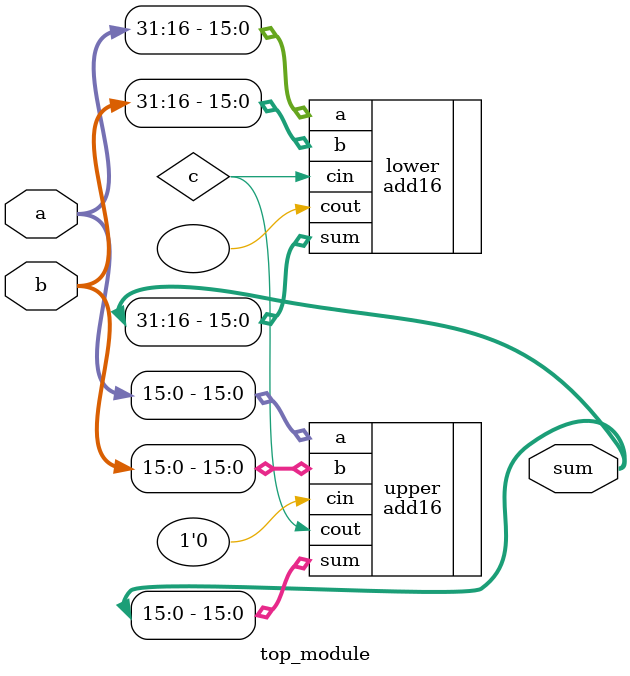
<source format=v>
module top_module(
    input [31:0] a,
    input [31:0] b,
    output [31:0] sum
);
    wire c;
    add16 upper(.a(a[15:0]),.b(b[15:0]),.cin(1'b0),.sum(sum[15:0]),.cout(c));
    add16 lower(.a(a[31:16]),.b(b[31:16]),.cin(c),.sum(sum[31:16]),.cout());
          
endmodule

</source>
